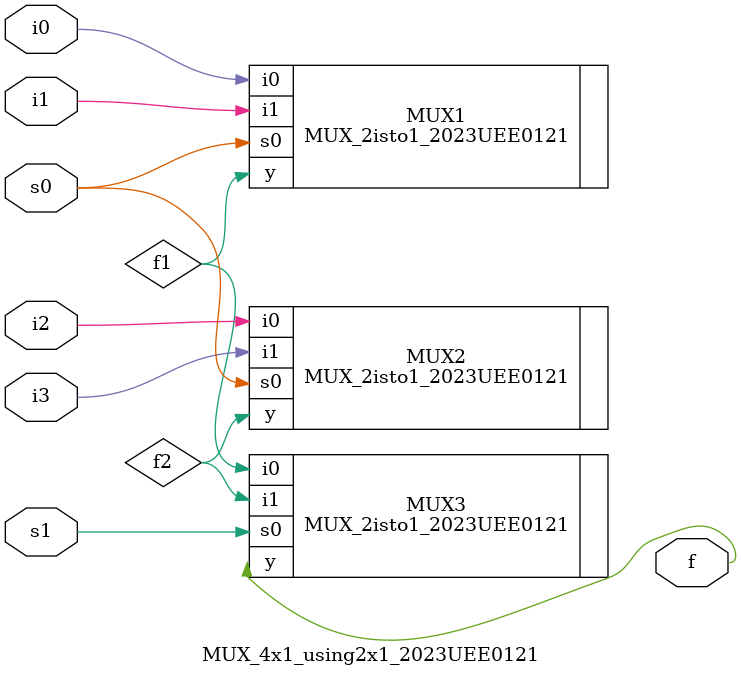
<source format=v>
`timescale 1ns / 1ps

module MUX_4x1_using2x1_2023UEE0121(
input i0,i1,i2,i3,s0,s1,
output f);
wire f1,f2;
MUX_2isto1_2023UEE0121 MUX1(.i0(i0), .i1(i1), .s0(s0), .y(f1));
MUX_2isto1_2023UEE0121 MUX2(.i0(i2), .i1(i3), .s0(s0), .y(f2));
MUX_2isto1_2023UEE0121 MUX3(.i0(f1), .i1(f2), .s0(s1), .y(f));
endmodule
</source>
